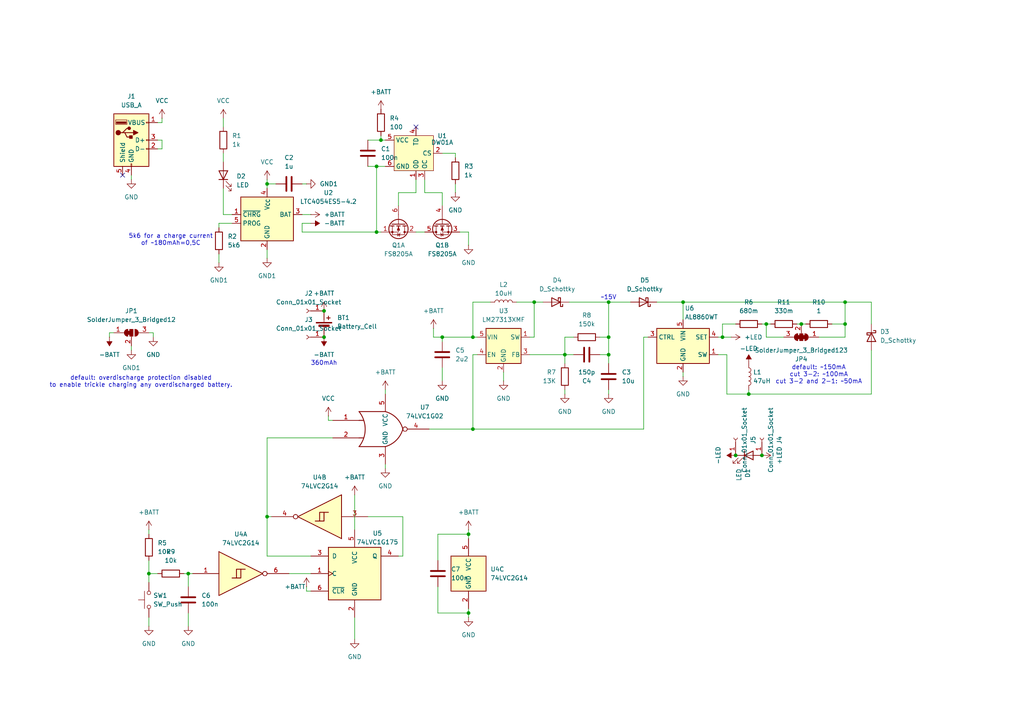
<source format=kicad_sch>
(kicad_sch (version 20231120) (generator "eeschema") (generator_version "8.0")
  (paper "A4")
  (title_block (title "vapelight") (date "2025-05-22") (rev "F") (company "SBYD"))
  (lib_symbols
    (symbol "74xGxx:74LVC1G02"
      (property "Reference" "U" (at -5.08 7.62 0))
      (property "Value" "74LVC1G02" (at 7.62 -7.62 0))
      (symbol "74LVC1G02_0_1"
        (arc (start -7.62 -5.08) (mid -5.838 0) (end -7.62 5.08) (stroke (width 0.254)))
        (arc (start 0 -5.08) (mid 3.1986 -3.2054) (end 5.08 0) (stroke (width 0.254)))
        (polyline (pts (xy -7.62 -2.54) (xy -6.35 -2.54)) (stroke (width 0.254)) (fill (type background)))
        (polyline (pts (xy -7.62 2.54) (xy -6.35 2.54)) (stroke (width 0.254)) (fill (type background)))
        (polyline (pts (xy 0 -5.08) (xy -7.62 -5.08)) (stroke (width 0.254)) (fill (type background)))
        (polyline (pts (xy 0 5.08) (xy -7.62 5.08)) (stroke (width 0.254)) (fill (type background)))
        (arc (start 5.08 0) (mid 3.2238 3.2304) (end 0 5.08) (stroke (width 0.254)))
      )
      (symbol "74LVC1G02_1_1"
        (pin input line (at -15.24 2.54 0) (length 7.62) (name "~") (number "1"))
        (pin input line (at -15.24 -2.54 0) (length 7.62) (name "~") (number "2"))
        (pin power_in line (at 0 -10.16 90) (length 5.08) (name "GND") (number "3"))
        (pin output inverted (at 12.7 0 180) (length 7.62) (name "~") (number "4"))
        (pin power_in line (at 0 10.16 270) (length 5.08) (name "VCC") (number "5"))
      )
    )
    (symbol "74xGxx:74LVC1G175" (pin_names (offset 1.016))
      (property "Reference" "U" (at -5.08 10.16 0))
      (property "Value" "74LVC1G175" (at 10.16 -10.16 0))
      (symbol "74LVC1G175_0_1"
        (rectangle (start -7.62 7.62) (end 7.62 -7.62) (stroke (width 0.254)) (fill (type background)))
      )
      (symbol "74LVC1G175_1_1"
        (pin input clock (at -12.7 0 0) (length 5.08) (name "C") (number "1"))
        (pin power_in line (at 0 -12.7 90) (length 5.08) (name "GND") (number "2"))
        (pin input line (at -12.7 5.08 0) (length 5.08) (name "D") (number "3"))
        (pin output line (at 12.7 5.08 180) (length 5.08) (name "Q") (number "4"))
        (pin power_in line (at 0 12.7 270) (length 5.08) (name "VCC") (number "5"))
        (pin input line (at -12.7 -5.08 0) (length 5.08) (name "~{CLR}") (number "6"))
      )
    )
    (symbol "74xGxx:74LVC2G14"
      (property "Reference" "U" (at 0 7.62 0))
      (property "Value" "74LVC2G14" (at 2.54 -7.62 0))
      (symbol "74LVC2G14_1_1"
        (polyline (pts (xy -2.54 -1.27) (xy -1.27 -1.27) (xy -1.27 1.27)) (stroke (width 0.254)) (fill (type background)))
        (polyline (pts (xy -7.62 6.35) (xy -7.62 -6.35) (xy 5.08 0) (xy -7.62 6.35)) (stroke (width 0.254)) (fill (type background)))
        (polyline (pts (xy -3.81 -1.27) (xy -2.54 -1.27) (xy -2.54 1.27) (xy 0 1.27)) (stroke (width 0.254)) (fill (type background)))
        (pin input line (at -15.24 0 0) (length 7.62) (name "~") (number "1"))
        (pin output inverted (at 12.7 0 180) (length 7.62) (name "~") (number "6"))
      )
      (symbol "74LVC2G14_2_1"
        (polyline (pts (xy -2.54 -1.27) (xy -1.27 -1.27) (xy -1.27 1.27)) (stroke (width 0.254)) (fill (type background)))
        (polyline (pts (xy -7.62 6.35) (xy -7.62 -6.35) (xy 5.08 0) (xy -7.62 6.35)) (stroke (width 0.254)) (fill (type background)))
        (polyline (pts (xy -3.81 -1.27) (xy -2.54 -1.27) (xy -2.54 1.27) (xy 0 1.27)) (stroke (width 0.254)) (fill (type background)))
        (pin input line (at -15.24 0 0) (length 7.62) (name "~") (number "3"))
        (pin output inverted (at 12.7 0 180) (length 7.62) (name "~") (number "4"))
      )
      (symbol "74LVC2G14_3_0"
        (rectangle (start -5.08 -5.08) (end 5.08 5.08) (stroke (width 0.254)) (fill (type background)))
      )
      (symbol "74LVC2G14_3_1"
        (pin power_in line (at 0 -10.16 90) (length 5.08) (name "GND") (number "2"))
        (pin power_in line (at 0 10.16 270) (length 5.08) (name "VCC") (number "5"))
      )
    )
    (symbol "Battery_Management:LTC4054ES5-4.2"
      (property "Reference" "U" (at -5.842 6.604 0))
      (property "Value" "LTC4054ES5-4.2" (at 1.524 6.604 0))
      (symbol "LTC4054ES5-4.2_0_1"
        (rectangle (start -7.62 5.08) (end 7.62 -7.62) (stroke (width 0.254)) (fill (type background)))
      )
      (symbol "LTC4054ES5-4.2_1_1"
        (pin open_collector line (at -10.16 0 0) (length 2.54) (name "~{CHRG}") (number "1"))
        (pin power_in line (at 0 -10.16 90) (length 2.54) (name "GND") (number "2"))
        (pin power_out line (at 10.16 0 180) (length 2.54) (name "BAT") (number "3"))
        (pin power_in line (at 0 7.62 270) (length 2.54) (name "V_{CC}") (number "4"))
        (pin bidirectional line (at -10.16 -2.54 0) (length 2.54) (name "PROG") (number "5"))
      )
    )
    (symbol "Connector:Conn_01x01_Socket" (pin_names (offset 1.016) hide)
      (property "Reference" "J" (at 0 2.54 0))
      (property "Value" "Conn_01x01_Socket" (at 0 -2.54 0))
      (symbol "Conn_01x01_Socket_1_1"
        (polyline (pts (xy -1.27 0) (xy -0.508 0)) (stroke (width 0.1524)))
        (arc (start 0 0.508) (mid -0.5058 0) (end 0 -0.508) (stroke (width 0.1524)))
        (pin passive line (at -5.08 0 0) (length 3.81) (name "Pin_1") (number "1"))
      )
    )
    (symbol "Connector:USB_A" (pin_names (offset 1.016))
      (property "Reference" "J" (at -5.08 11.43 0))
      (property "Value" "USB_A" (at -5.08 8.89 0))
      (symbol "USB_A_0_1"
        (rectangle (start -5.08 -7.62) (end 5.08 7.62) (stroke (width 0.254)) (fill (type background)))
        (circle (center -3.81 2.159) (radius 0.635) (stroke (width 0.254)) (fill (type outline)))
        (rectangle (start -1.524 4.826) (end -4.318 5.334) (fill (type outline)))
        (rectangle (start -1.27 4.572) (end -4.572 5.842))
        (circle (center -0.635 3.429) (radius 0.381) (stroke (width 0.254)) (fill (type outline)))
        (rectangle (start -0.127 -7.62) (end 0.127 -6.858))
        (polyline (pts (xy -3.175 2.159) (xy -2.54 2.159) (xy -1.27 3.429) (xy -0.635 3.429)) (stroke (width 0.254)))
        (polyline (pts (xy -2.54 2.159) (xy -1.905 2.159) (xy -1.27 0.889) (xy 0 0.889)) (stroke (width 0.254)))
        (polyline (pts (xy 0.635 2.794) (xy 0.635 1.524) (xy 1.905 2.159) (xy 0.635 2.794)) (stroke (width 0.254)) (fill (type outline)))
        (rectangle (start 0.254 1.27) (end -0.508 0.508) (stroke (width 0.254)) (fill (type outline)))
        (rectangle (start 5.08 -2.667) (end 4.318 -2.413))
        (rectangle (start 5.08 -0.127) (end 4.318 0.127))
        (rectangle (start 5.08 4.953) (end 4.318 5.207))
      )
      (symbol "USB_A_1_1"
        (polyline (pts (xy -1.905 2.159) (xy 0.635 2.159)) (stroke (width 0.254)))
        (pin power_in line (at 7.62 5.08 180) (length 2.54) (name "VBUS") (number "1"))
        (pin bidirectional line (at 7.62 -2.54 180) (length 2.54) (name "D-") (number "2"))
        (pin bidirectional line (at 7.62 0 180) (length 2.54) (name "D+") (number "3"))
        (pin power_in line (at 0 -10.16 90) (length 2.54) (name "GND") (number "4"))
        (pin passive line (at -2.54 -10.16 90) (length 2.54) (name "Shield") (number "5"))
      )
    )
    (symbol "Device:Battery_Cell" (pin_numbers hide) (pin_names (offset 0) hide)
      (property "Reference" "BT" (at 2.54 2.54 0))
      (property "Value" "Battery_Cell" (at 2.54 0 0))
      (symbol "Battery_Cell_0_1"
        (rectangle (start -2.286 1.778) (end 2.286 1.524) (fill (type outline)))
        (rectangle (start -1.524 1.016) (end 1.524 0.508) (fill (type outline)))
        (polyline (pts (xy 0 0.762) (xy 0 0)))
        (polyline (pts (xy 0 1.778) (xy 0 2.54)))
        (polyline (pts (xy 0.762 3.048) (xy 1.778 3.048)) (stroke (width 0.254)))
        (polyline (pts (xy 1.27 3.556) (xy 1.27 2.54)) (stroke (width 0.254)))
      )
      (symbol "Battery_Cell_1_1"
        (pin passive line (at 0 5.08 270) (length 2.54) (name "+") (number "1"))
        (pin passive line (at 0 -2.54 90) (length 2.54) (name "-") (number "2"))
      )
    )
    (symbol "Device:C" (pin_numbers hide) (pin_names (offset 0.254))
      (property "Reference" "C" (at 0.635 2.54 0))
      (property "Value" "C" (at 0.635 -2.54 0))
      (symbol "C_0_1"
        (polyline (pts (xy -2.032 -0.762) (xy 2.032 -0.762)) (stroke (width 0.508)))
        (polyline (pts (xy -2.032 0.762) (xy 2.032 0.762)) (stroke (width 0.508)))
      )
      (symbol "C_1_1"
        (pin passive line (at 0 3.81 270) (length 2.794) (name "~") (number "1"))
        (pin passive line (at 0 -3.81 90) (length 2.794) (name "~") (number "2"))
      )
    )
    (symbol "Device:D_Schottky" (pin_numbers hide) (pin_names (offset 1.016) hide)
      (property "Reference" "D" (at 0 2.54 0))
      (property "Value" "D_Schottky" (at 0 -2.54 0))
      (symbol "D_Schottky_0_1"
        (polyline (pts (xy 1.27 0) (xy -1.27 0)))
        (polyline (pts (xy 1.27 1.27) (xy 1.27 -1.27) (xy -1.27 0) (xy 1.27 1.27)) (stroke (width 0.254)))
        (polyline (pts (xy -1.905 0.635) (xy -1.905 1.27) (xy -1.27 1.27) (xy -1.27 -1.27) (xy -0.635 -1.27) (xy -0.635 -0.635)) (stroke (width 0.254)))
      )
      (symbol "D_Schottky_1_1"
        (pin passive line (at -3.81 0 0) (length 2.54) (name "K") (number "1"))
        (pin passive line (at 3.81 0 180) (length 2.54) (name "A") (number "2"))
      )
    )
    (symbol "Device:L" (pin_numbers hide) (pin_names (offset 1.016) hide)
      (property "Reference" "L" (at -1.27 0 90))
      (property "Value" "L" (at 1.905 0 90))
      (symbol "L_0_1"
        (arc (start 0 -2.54) (mid 0.6323 -1.905) (end 0 -1.27))
        (arc (start 0 -1.27) (mid 0.6323 -0.635) (end 0 0))
        (arc (start 0 0) (mid 0.6323 0.635) (end 0 1.27))
        (arc (start 0 1.27) (mid 0.6323 1.905) (end 0 2.54))
      )
      (symbol "L_1_1"
        (pin passive line (at 0 3.81 270) (length 1.27) (name "1") (number "1"))
        (pin passive line (at 0 -3.81 90) (length 1.27) (name "2") (number "2"))
      )
    )
    (symbol "Device:LED" (pin_numbers hide) (pin_names (offset 1.016) hide)
      (property "Reference" "D" (at 0 2.54 0))
      (property "Value" "LED" (at 0 -2.54 0))
      (symbol "LED_0_1"
        (polyline (pts (xy -1.27 -1.27) (xy -1.27 1.27)) (stroke (width 0.254)))
        (polyline (pts (xy -1.27 0) (xy 1.27 0)))
        (polyline (pts (xy 1.27 -1.27) (xy 1.27 1.27) (xy -1.27 0) (xy 1.27 -1.27)) (stroke (width 0.254)))
        (polyline (pts (xy -3.048 -0.762) (xy -4.572 -2.286) (xy -3.81 -2.286) (xy -4.572 -2.286) (xy -4.572 -1.524)))
        (polyline (pts (xy -1.778 -0.762) (xy -3.302 -2.286) (xy -2.54 -2.286) (xy -3.302 -2.286) (xy -3.302 -1.524)))
      )
      (symbol "LED_1_1"
        (pin passive line (at -3.81 0 0) (length 2.54) (name "K") (number "1"))
        (pin passive line (at 3.81 0 180) (length 2.54) (name "A") (number "2"))
      )
    )
    (symbol "Device:R" (pin_numbers hide) (pin_names (offset 0))
      (property "Reference" "R" (at 2.032 0 90))
      (property "Value" "R" (at 0 0 90))
      (symbol "R_0_1"
        (rectangle (start -1.016 -2.54) (end 1.016 2.54) (stroke (width 0.254)))
      )
      (symbol "R_1_1"
        (pin passive line (at 0 3.81 270) (length 1.27) (name "~") (number "1"))
        (pin passive line (at 0 -3.81 90) (length 1.27) (name "~") (number "2"))
      )
    )
    (symbol "Driver_LED:AL8860WT"
      (property "Reference" "U" (at -6.35 6.35 0))
      (property "Value" "AL8860WT" (at 7.62 6.35 0))
      (symbol "AL8860WT_0_1"
        (rectangle (start -7.62 5.08) (end 7.62 -5.08) (stroke (width 0.254)) (fill (type background)))
      )
      (symbol "AL8860WT_1_1"
        (pin open_collector line (at 10.16 -2.54 180) (length 2.54) (name "SW") (number "1"))
        (pin power_in line (at 0 -7.62 90) (length 2.54) (name "GND") (number "2"))
        (pin input line (at -10.16 2.54 0) (length 2.54) (name "CTRL") (number "3"))
        (pin input line (at 10.16 2.54 180) (length 2.54) (name "SET") (number "4"))
        (pin power_in line (at 0 7.62 270) (length 2.54) (name "VIN") (number "5"))
      )
    )
    (symbol "Jumper:SolderJumper_3_Bridged12" (pin_names (offset 0) hide) (exclude_from_sim yes) (in_bom no)
      (property "Reference" "JP" (at -2.54 -2.54 0))
      (property "Value" "SolderJumper_3_Bridged12" (at 0 2.794 0))
      (symbol "SolderJumper_3_Bridged12_0_1"
        (rectangle (start -1.016 0.508) (end -0.508 -0.508) (fill (type outline)))
        (arc (start -1.016 1.016) (mid -2.0276 0) (end -1.016 -1.016))
        (arc (start -1.016 1.016) (mid -2.0276 0) (end -1.016 -1.016) (fill (type outline)))
        (rectangle (start -0.508 1.016) (end 0.508 -1.016) (fill (type outline)))
        (polyline (pts (xy -2.54 0) (xy -2.032 0)))
        (polyline (pts (xy -1.016 1.016) (xy -1.016 -1.016)))
        (polyline (pts (xy 0 -1.27) (xy 0 -1.016)))
        (polyline (pts (xy 1.016 1.016) (xy 1.016 -1.016)))
        (polyline (pts (xy 2.54 0) (xy 2.032 0)))
        (arc (start 1.016 -1.016) (mid 2.0276 0) (end 1.016 1.016))
        (arc (start 1.016 -1.016) (mid 2.0276 0) (end 1.016 1.016) (fill (type outline)))
      )
      (symbol "SolderJumper_3_Bridged12_1_1"
        (pin passive line (at -5.08 0 0) (length 2.54) (name "A") (number "1"))
        (pin passive line (at 0 -3.81 90) (length 2.54) (name "C") (number "2"))
        (pin passive line (at 5.08 0 180) (length 2.54) (name "B") (number "3"))
      )
    )
    (symbol "Jumper:SolderJumper_3_Bridged123" (pin_names (offset 0) hide) (exclude_from_sim yes) (in_bom no)
      (property "Reference" "JP" (at -2.54 -2.54 0))
      (property "Value" "SolderJumper_3_Bridged123" (at 0 2.794 0))
      (symbol "SolderJumper_3_Bridged123_0_1"
        (rectangle (start -1.016 0.508) (end -0.508 -0.508) (fill (type outline)))
        (arc (start -1.016 1.016) (mid -2.0276 0) (end -1.016 -1.016))
        (arc (start -1.016 1.016) (mid -2.0276 0) (end -1.016 -1.016) (fill (type outline)))
        (rectangle (start -0.508 1.016) (end 0.508 -1.016) (fill (type outline)))
        (polyline (pts (xy -2.54 0) (xy -2.032 0)))
        (polyline (pts (xy -1.016 1.016) (xy -1.016 -1.016)))
        (polyline (pts (xy 0 -1.27) (xy 0 -1.016)))
        (polyline (pts (xy 1.016 1.016) (xy 1.016 -1.016)))
        (polyline (pts (xy 2.54 0) (xy 2.032 0)))
        (rectangle (start 0.508 0.508) (end 1.016 -0.508) (fill (type outline)))
        (arc (start 1.016 -1.016) (mid 2.0276 0) (end 1.016 1.016))
        (arc (start 1.016 -1.016) (mid 2.0276 0) (end 1.016 1.016) (fill (type outline)))
      )
      (symbol "SolderJumper_3_Bridged123_1_1"
        (pin passive line (at -5.08 0 0) (length 2.54) (name "A") (number "1"))
        (pin passive line (at 0 -3.81 90) (length 2.54) (name "C") (number "2"))
        (pin passive line (at 5.08 0 180) (length 2.54) (name "B") (number "3"))
      )
    )
    (symbol "Regulator_Switching:LM27313XMF" (pin_names (offset 0.254))
      (property "Reference" "U" (at -5.08 6.35 0))
      (property "Value" "LM27313XMF" (at 0 6.35 0))
      (symbol "LM27313XMF_0_1"
        (rectangle (start -5.08 5.08) (end 5.08 -5.08) (stroke (width 0.254)) (fill (type background)))
      )
      (symbol "LM27313XMF_1_1"
        (pin output line (at 7.62 2.54 180) (length 2.54) (name "SW") (number "1"))
        (pin power_in line (at 0 -7.62 90) (length 2.54) (name "GND") (number "2"))
        (pin input line (at 7.62 -2.54 180) (length 2.54) (name "FB") (number "3"))
        (pin input line (at -7.62 -2.54 0) (length 2.54) (name "EN") (number "4"))
        (pin input line (at -7.62 2.54 0) (length 2.54) (name "VIN") (number "5"))
      )
    )
    (symbol "Switch:SW_Push" (pin_numbers hide) (pin_names (offset 1.016) hide)
      (property "Reference" "SW" (at 1.27 2.54 0))
      (property "Value" "SW_Push" (at 0 -1.524 0))
      (symbol "SW_Push_0_1"
        (circle (center -2.032 0) (radius 0.508))
        (polyline (pts (xy 0 1.27) (xy 0 3.048)))
        (polyline (pts (xy 2.54 1.27) (xy -2.54 1.27)))
        (circle (center 2.032 0) (radius 0.508))
        (pin passive line (at -5.08 0 0) (length 2.54) (name "1") (number "1"))
        (pin passive line (at 5.08 0 180) (length 2.54) (name "2") (number "2"))
      )
    )
    (symbol "power:+BATT" (power) (pin_numbers hide) (pin_names (offset 0) hide)
      (property "Value" "+BATT" (at 0 3.556 0))
      (symbol "+BATT_0_1"
        (polyline (pts (xy -0.762 1.27) (xy 0 2.54)))
        (polyline (pts (xy 0 0) (xy 0 2.54)))
        (polyline (pts (xy 0 2.54) (xy 0.762 1.27)))
      )
      (symbol "+BATT_1_1"
        (pin power_in line (at 0 0 90) (length 0) (name "~") (number "1"))
      )
    )
    (symbol "power:-BATT" (power) (pin_numbers hide) (pin_names (offset 0) hide)
      (property "Value" "-BATT" (at 0 3.556 0))
      (symbol "-BATT_0_1"
        (polyline (pts (xy 0 0) (xy 0 2.54)))
        (polyline (pts (xy 0.762 1.27) (xy -0.762 1.27) (xy 0 2.54) (xy 0.762 1.27)) (fill (type outline)))
      )
      (symbol "-BATT_1_1"
        (pin power_in line (at 0 0 90) (length 0) (name "~") (number "1"))
      )
    )
    (symbol "power:GND" (power) (pin_numbers hide) (pin_names (offset 0) hide)
      (property "Value" "GND" (at 0 -3.81 0))
      (symbol "GND_0_1"
        (polyline (pts (xy 0 0) (xy 0 -1.27) (xy 1.27 -1.27) (xy 0 -2.54) (xy -1.27 -1.27) (xy 0 -1.27)))
      )
      (symbol "GND_1_1"
        (pin power_in line (at 0 0 270) (length 0) (name "~") (number "1"))
      )
    )
    (symbol "power:GND1" (power) (pin_numbers hide) (pin_names (offset 0) hide)
      (property "Value" "GND1" (at 0 -3.81 0))
      (symbol "GND1_0_1"
        (polyline (pts (xy 0 0) (xy 0 -1.27) (xy 1.27 -1.27) (xy 0 -2.54) (xy -1.27 -1.27) (xy 0 -1.27)))
      )
      (symbol "GND1_1_1"
        (pin power_in line (at 0 0 270) (length 0) (name "~") (number "1"))
      )
    )
    (symbol "power:VCC" (power) (pin_numbers hide) (pin_names (offset 0) hide)
      (property "Value" "VCC" (at 0 3.556 0))
      (symbol "VCC_0_1"
        (polyline (pts (xy -0.762 1.27) (xy 0 2.54)))
        (polyline (pts (xy 0 0) (xy 0 2.54)))
        (polyline (pts (xy 0 2.54) (xy 0.762 1.27)))
      )
      (symbol "VCC_1_1"
        (pin power_in line (at 0 0 90) (length 0) (name "~") (number "1"))
      )
    )
    (symbol "vape_project:DW01A"
      (property "Value" "DW01A" (at 5.08 6.096 0))
      (symbol "DW01A_1_1"
        (rectangle (start -6.35 5.08) (end 5.08 -5.08) (fill (type background)))
        (pin output line (at 0 -7.62 90) (length 2.54) (name "OD") (number "1"))
        (pin input line (at 7.62 0 180) (length 2.54) (name "CS") (number "2"))
        (pin output line (at 2.54 -7.62 90) (length 2.54) (name "OC") (number "3"))
        (pin passive line (at 0 7.62 270) (length 2.54) (name "TD") (number "4"))
        (pin power_in line (at -8.89 3.81 0) (length 2.54) (name "VCC") (number "5"))
        (pin power_in line (at -8.89 -3.81 0) (length 2.54) (name "GND") (number "6"))
      )
    )
    (symbol "vape_project:FS8205A" (pin_names (offset 0) hide)
      (property "Reference" "Q" (at 5.08 1.27 0))
      (property "Value" "FS8205A" (at 5.08 -1.27 0))
      (symbol "FS8205A_0_1"
        (polyline (pts (xy 0.254 0) (xy -2.54 0)))
        (polyline (pts (xy 0.254 1.905) (xy 0.254 -1.905)) (stroke (width 0.254)))
        (polyline (pts (xy 0.762 -1.27) (xy 0.762 -2.286)) (stroke (width 0.254)))
        (polyline (pts (xy 0.762 0.508) (xy 0.762 -0.508)) (stroke (width 0.254)))
        (polyline (pts (xy 0.762 2.286) (xy 0.762 1.27)) (stroke (width 0.254)))
        (polyline (pts (xy 2.54 2.54) (xy 2.54 1.778)))
        (polyline (pts (xy 2.54 -2.54) (xy 2.54 0) (xy 0.762 0)))
        (polyline (pts (xy 0.762 -1.778) (xy 3.302 -1.778) (xy 3.302 1.778) (xy 0.762 1.778)))
        (polyline (pts (xy 1.016 0) (xy 2.032 0.381) (xy 2.032 -0.381) (xy 1.016 0)) (fill (type outline)))
        (polyline (pts (xy 2.794 0.508) (xy 2.921 0.381) (xy 3.683 0.381) (xy 3.81 0.254)))
        (polyline (pts (xy 3.302 0.381) (xy 2.921 -0.254) (xy 3.683 -0.254) (xy 3.302 0.381)))
        (circle (center 1.651 0) (radius 2.794) (stroke (width 0.254)))
        (circle (center 2.54 -1.778) (radius 0.254) (fill (type outline)))
        (circle (center 2.54 1.778) (radius 0.254) (fill (type outline)))
      )
      (symbol "FS8205A_1_1"
        (pin passive line (at 2.54 -5.08 90) (length 2.54) (name "S1") (number "1"))
        (pin passive line (at 2.54 5.08 270) (length 2.54) (name "D1") (number "2"))
        (pin input line (at -5.08 0 0) (length 2.54) (name "G1") (number "6"))
      )
      (symbol "FS8205A_2_1"
        (pin passive line (at 2.54 -5.08 90) (length 2.54) (name "S2") (number "3"))
        (pin input line (at -5.08 0 0) (length 2.54) (name "G2") (number "4"))
        (pin passive line (at 2.54 5.08 270) (length 2.54) (name "D2") (number "5"))
      )
    )
  )
  (junction (at 163.83 102.87))
  (junction (at 222.25 93.98))
  (junction (at 77.47 53.34))
  (junction (at 217.17 114.3))
  (junction (at 198.12 87.63))
  (junction (at 109.22 48.26))
  (junction (at 176.53 87.63))
  (junction (at 43.18 166.37))
  (junction (at 220.98 132.08))
  (junction (at 176.53 97.79))
  (junction (at 128.27 97.79))
  (junction (at 93.98 90.17))
  (junction (at 109.22 67.31))
  (junction (at 110.49 40.64))
  (junction (at 245.11 93.98))
  (junction (at 232.41 93.98))
  (junction (at 176.53 102.87))
  (junction (at 154.94 87.63))
  (junction (at 77.47 149.86))
  (junction (at 137.16 97.79))
  (junction (at 137.16 124.46))
  (junction (at 93.98 97.79))
  (junction (at 135.89 154.94))
  (junction (at 209.55 97.79))
  (junction (at 135.89 177.8))
  (junction (at 213.36 132.08))
  (junction (at 54.61 166.37))
  (junction (at 245.11 87.63))
  (no_connect (at 35.56 50.8))
  (no_connect (at 120.65 36.83))
  (wire (pts (xy 115.57 55.88) (xy 115.57 59.69)))
  (wire (pts (xy 137.16 87.63) (xy 137.16 97.79)))
  (wire (pts (xy 127 170.18) (xy 127 177.8)))
  (wire (pts (xy 128.27 97.79) (xy 128.27 99.06)))
  (wire (pts (xy 176.53 87.63) (xy 176.53 97.79)))
  (wire (pts (xy 198.12 107.95) (xy 198.12 109.22)))
  (wire (pts (xy 38.1 50.8) (xy 38.1 52.07)))
  (wire (pts (xy 43.18 166.37) (xy 45.72 166.37)))
  (wire (pts (xy 77.47 53.34) (xy 80.01 53.34)))
  (wire (pts (xy 132.08 53.34) (xy 132.08 55.88)))
  (wire (pts (xy 54.61 166.37) (xy 55.88 166.37)))
  (wire (pts (xy 45.72 40.64) (xy 46.99 40.64)))
  (wire (pts (xy 137.16 124.46) (xy 186.69 124.46)))
  (wire (pts (xy 38.1 100.33) (xy 38.1 101.6)))
  (wire (pts (xy 77.47 72.39) (xy 77.47 74.93)))
  (wire (pts (xy 102.87 143.51) (xy 102.87 153.67)))
  (wire (pts (xy 64.77 44.45) (xy 64.77 46.99)))
  (wire (pts (xy 198.12 87.63) (xy 245.11 87.63)))
  (wire (pts (xy 111.76 134.62) (xy 111.76 135.89)))
  (wire (pts (xy 90.17 64.77) (xy 87.63 64.77)))
  (wire (pts (xy 198.12 87.63) (xy 198.12 92.71)))
  (wire (pts (xy 135.89 67.31) (xy 135.89 71.12)))
  (wire (pts (xy 245.11 87.63) (xy 252.73 87.63)))
  (wire (pts (xy 123.19 52.07) (xy 123.19 55.88)))
  (wire (pts (xy 46.99 35.56) (xy 46.99 34.29)))
  (wire (pts (xy 163.83 97.79) (xy 163.83 102.87)))
  (wire (pts (xy 252.73 101.6) (xy 252.73 114.3)))
  (wire (pts (xy 111.76 113.03) (xy 111.76 114.3)))
  (wire (pts (xy 44.45 96.52) (xy 44.45 97.79)))
  (wire (pts (xy 222.25 93.98) (xy 223.52 93.98)))
  (wire (pts (xy 63.5 73.66) (xy 63.5 76.2)))
  (wire (pts (xy 87.63 67.31) (xy 109.22 67.31)))
  (wire (pts (xy 43.18 96.52) (xy 44.45 96.52)))
  (wire (pts (xy 43.18 179.07) (xy 43.18 181.61)))
  (wire (pts (xy 63.5 64.77) (xy 63.5 66.04)))
  (wire (pts (xy 154.94 87.63) (xy 157.48 87.63)))
  (wire (pts (xy 132.08 45.72) (xy 132.08 44.45)))
  (wire (pts (xy 210.82 114.3) (xy 217.17 114.3)))
  (wire (pts (xy 87.63 53.34) (xy 88.9 53.34)))
  (wire (pts (xy 146.05 107.95) (xy 146.05 110.49)))
  (wire (pts (xy 127 177.8) (xy 135.89 177.8)))
  (wire (pts (xy 120.65 55.88) (xy 115.57 55.88)))
  (wire (pts (xy 213.36 93.98) (xy 209.55 93.98)))
  (wire (pts (xy 176.53 102.87) (xy 176.53 105.41)))
  (wire (pts (xy 176.53 113.03) (xy 176.53 114.3)))
  (wire (pts (xy 64.77 54.61) (xy 64.77 62.23)))
  (wire (pts (xy 64.77 34.29) (xy 64.77 36.83)))
  (wire (pts (xy 88.9 171.45) (xy 90.17 171.45)))
  (wire (pts (xy 87.63 64.77) (xy 87.63 67.31)))
  (wire (pts (xy 116.84 149.86) (xy 116.84 161.29)))
  (wire (pts (xy 120.65 52.07) (xy 120.65 55.88)))
  (wire (pts (xy 77.47 127) (xy 96.52 127)))
  (wire (pts (xy 95.25 120.65) (xy 95.25 121.92)))
  (wire (pts (xy 135.89 154.94) (xy 135.89 156.21)))
  (wire (pts (xy 231.14 93.98) (xy 232.41 93.98)))
  (wire (pts (xy 54.61 177.8) (xy 54.61 181.61)))
  (wire (pts (xy 138.43 102.87) (xy 137.16 102.87)))
  (wire (pts (xy 133.35 67.31) (xy 135.89 67.31)))
  (wire (pts (xy 222.25 97.79) (xy 222.25 93.98)))
  (wire (pts (xy 43.18 153.67) (xy 43.18 154.94)))
  (wire (pts (xy 186.69 97.79) (xy 186.69 124.46)))
  (wire (pts (xy 78.74 149.86) (xy 77.47 149.86)))
  (wire (pts (xy 241.3 93.98) (xy 245.11 93.98)))
  (wire (pts (xy 64.77 62.23) (xy 67.31 62.23)))
  (wire (pts (xy 77.47 53.34) (xy 77.47 54.61)))
  (wire (pts (xy 154.94 87.63) (xy 154.94 97.79)))
  (wire (pts (xy 109.22 48.26) (xy 109.22 67.31)))
  (wire (pts (xy 163.83 102.87) (xy 166.37 102.87)))
  (wire (pts (xy 31.75 97.79) (xy 31.75 96.52)))
  (wire (pts (xy 45.72 43.18) (xy 46.99 43.18)))
  (wire (pts (xy 83.82 166.37) (xy 90.17 166.37)))
  (wire (pts (xy 176.53 87.63) (xy 182.88 87.63)))
  (wire (pts (xy 53.34 166.37) (xy 54.61 166.37)))
  (wire (pts (xy 45.72 35.56) (xy 46.99 35.56)))
  (wire (pts (xy 137.16 102.87) (xy 137.16 124.46)))
  (wire (pts (xy 54.61 166.37) (xy 54.61 170.18)))
  (wire (pts (xy 209.55 97.79) (xy 212.09 97.79)))
  (wire (pts (xy 245.11 87.63) (xy 245.11 93.98)))
  (wire (pts (xy 77.47 52.07) (xy 77.47 53.34)))
  (wire (pts (xy 123.19 55.88) (xy 128.27 55.88)))
  (wire (pts (xy 245.11 97.79) (xy 245.11 93.98)))
  (wire (pts (xy 220.98 93.98) (xy 222.25 93.98)))
  (wire (pts (xy 153.67 102.87) (xy 163.83 102.87)))
  (wire (pts (xy 210.82 102.87) (xy 210.82 114.3)))
  (wire (pts (xy 142.24 87.63) (xy 137.16 87.63)))
  (wire (pts (xy 135.89 176.53) (xy 135.89 177.8)))
  (wire (pts (xy 190.5 87.63) (xy 198.12 87.63)))
  (wire (pts (xy 217.17 114.3) (xy 217.17 113.03)))
  (wire (pts (xy 252.73 93.98) (xy 252.73 87.63)))
  (wire (pts (xy 127 154.94) (xy 135.89 154.94)))
  (wire (pts (xy 173.99 97.79) (xy 176.53 97.79)))
  (wire (pts (xy 137.16 97.79) (xy 138.43 97.79)))
  (wire (pts (xy 125.73 95.25) (xy 125.73 97.79)))
  (wire (pts (xy 106.68 149.86) (xy 116.84 149.86)))
  (wire (pts (xy 102.87 179.07) (xy 102.87 185.42)))
  (wire (pts (xy 87.63 62.23) (xy 90.17 62.23)))
  (wire (pts (xy 176.53 97.79) (xy 176.53 102.87)))
  (wire (pts (xy 208.28 102.87) (xy 210.82 102.87)))
  (wire (pts (xy 106.68 48.26) (xy 109.22 48.26)))
  (wire (pts (xy 187.96 97.79) (xy 186.69 97.79)))
  (wire (pts (xy 163.83 97.79) (xy 166.37 97.79)))
  (wire (pts (xy 173.99 102.87) (xy 176.53 102.87)))
  (wire (pts (xy 109.22 48.26) (xy 111.76 48.26)))
  (wire (pts (xy 165.1 87.63) (xy 176.53 87.63)))
  (wire (pts (xy 209.55 93.98) (xy 209.55 97.79)))
  (wire (pts (xy 154.94 97.79) (xy 153.67 97.79)))
  (wire (pts (xy 110.49 40.64) (xy 110.49 39.37)))
  (wire (pts (xy 222.25 97.79) (xy 227.33 97.79)))
  (wire (pts (xy 77.47 161.29) (xy 90.17 161.29)))
  (wire (pts (xy 124.46 124.46) (xy 137.16 124.46)))
  (wire (pts (xy 163.83 113.03) (xy 163.83 114.3)))
  (wire (pts (xy 43.18 162.56) (xy 43.18 166.37)))
  (wire (pts (xy 149.86 87.63) (xy 154.94 87.63)))
  (wire (pts (xy 88.9 170.18) (xy 88.9 171.45)))
  (wire (pts (xy 127 162.56) (xy 127 154.94)))
  (wire (pts (xy 128.27 97.79) (xy 137.16 97.79)))
  (wire (pts (xy 135.89 177.8) (xy 135.89 179.07)))
  (wire (pts (xy 120.65 67.31) (xy 123.19 67.31)))
  (wire (pts (xy 208.28 97.79) (xy 209.55 97.79)))
  (wire (pts (xy 135.89 153.67) (xy 135.89 154.94)))
  (wire (pts (xy 232.41 93.98) (xy 233.68 93.98)))
  (wire (pts (xy 77.47 127) (xy 77.47 149.86)))
  (wire (pts (xy 237.49 97.79) (xy 245.11 97.79)))
  (wire (pts (xy 111.76 40.64) (xy 110.49 40.64)))
  (wire (pts (xy 106.68 40.64) (xy 110.49 40.64)))
  (wire (pts (xy 96.52 121.92) (xy 95.25 121.92)))
  (wire (pts (xy 63.5 64.77) (xy 67.31 64.77)))
  (wire (pts (xy 43.18 166.37) (xy 43.18 168.91)))
  (wire (pts (xy 31.75 96.52) (xy 33.02 96.52)))
  (wire (pts (xy 217.17 114.3) (xy 252.73 114.3)))
  (wire (pts (xy 163.83 102.87) (xy 163.83 105.41)))
  (wire (pts (xy 77.47 149.86) (xy 77.47 161.29)))
  (wire (pts (xy 125.73 97.79) (xy 128.27 97.79)))
  (wire (pts (xy 109.22 67.31) (xy 110.49 67.31)))
  (wire (pts (xy 115.57 161.29) (xy 116.84 161.29)))
  (wire (pts (xy 46.99 40.64) (xy 46.99 43.18)))
  (wire (pts (xy 132.08 44.45) (xy 128.27 44.45)))
  (wire (pts (xy 128.27 55.88) (xy 128.27 59.69)))
  (wire (pts (xy 128.27 106.68) (xy 128.27 110.49)))
  (text "~15V" (at 176.53 86.36 0) (effects (font (size 1.27 1.27))))
  (text "default: ~150mA\ncut 3-2: ~100mA\ncut 3-2 and 2-1: ~50mA" (at 237.49 108.712 0) (effects (font (size 1.27 1.27))))
  (text "default: overdischarge protection disabled\nto enable trickle charging any overdischarged battery." (at 40.894 110.744 0) (effects (font (size 1.27 1.27))))
  (text "360mAh" (at 93.98 105.41 0) (effects (font (size 1.27 1.27))))
  (text "5k6 for a charge current\nof ~180mAh=0,5C" (at 49.53 69.596 0) (effects (font (size 1.27 1.27))))
  (symbol (lib_id "Connector:Conn_01x01_Socket") (at 88.9 97.79 180) (unit 1) (exclude_from_sim yes) (in_bom no)
    (property "Reference" "J3" (at 89.535 92.71 0))
    (property "Value" "Conn_01x01_Socket" (at 89.535 95.25 0))
    (property "Footprint" "Connector_Pin:Pin_D1.0mm_L10.0mm" (effects (hide yes)))
    (property "Description" "Generic connector, single row, 01x01, script generated" (effects (hide yes)))
  )
  (symbol (lib_id "power:+BATT") (at 135.89 153.67 0) (unit 1)
    (property "Reference" "#PWR032" (effects (hide yes)))
    (property "Value" "+BATT" (at 135.89 148.59 0))
    (property "Description" "Power symbol creates a global label with name \"+BATT\"" (effects (hide yes)))
  )
  (symbol (lib_id "Device:R") (at 170.18 97.79 90) (unit 1)
    (property "Reference" "R8" (at 170.18 91.44 90))
    (property "Value" "150k" (at 170.18 93.98 90))
    (property "Footprint" "Resistor_SMD:R_0603_1608Metric" (effects (hide yes)))
    (property "Description" "Resistor" (effects (hide yes)))
    (property "LCSC" "C22807" (effects (hide yes)))
  )
  (symbol (lib_id "Device:L") (at 217.17 109.22 0) (unit 1)
    (property "Reference" "L1" (at 218.44 107.9499 0) (effects (justify left)))
    (property "Value" "47uH" (at 218.44 110.4899 0) (effects (justify left)))
    (property "Footprint" "vape_project:L_3x3" (effects (hide yes)))
    (property "Description" "Inductor" (effects (hide yes)))
    (property "LCSC" "C370426" (effects (hide yes)))
  )
  (symbol (lib_id "power:+BATT") (at 110.49 31.75 0) (unit 1)
    (property "Reference" "#PWR010" (effects (hide yes)))
    (property "Value" "+BATT" (at 110.49 26.67 0))
    (property "Description" "Power symbol creates a global label with name \"+BATT\"" (effects (hide yes)))
  )
  (symbol (lib_id "Connector:Conn_01x01_Socket") (at 88.9 90.17 180) (unit 1) (exclude_from_sim yes) (in_bom no)
    (property "Reference" "J2" (at 89.535 85.09 0))
    (property "Value" "Conn_01x01_Socket" (at 89.535 87.63 0))
    (property "Footprint" "Connector_Pin:Pin_D1.0mm_L10.0mm" (effects (hide yes)))
    (property "Description" "Generic connector, single row, 01x01, script generated" (effects (hide yes)))
  )
  (symbol (lib_id "power:GND") (at 102.87 185.42 0) (unit 1)
    (property "Reference" "#PWR015" (effects (hide yes)))
    (property "Value" "GND" (at 102.87 190.5 0))
    (property "Description" "Power symbol creates a global label with name \"GND\" , ground" (effects (hide yes)))
  )
  (symbol (lib_id "power:GND1") (at 63.5 76.2 0) (unit 1)
    (property "Reference" "#PWR036" (effects (hide yes)))
    (property "Value" "GND1" (at 63.5 81.28 0))
    (property "Description" "Power symbol creates a global label with name \"GND1\" , ground" (effects (hide yes)))
  )
  (symbol (lib_id "power:GND") (at 163.83 114.3 0) (unit 1)
    (property "Reference" "#PWR021" (effects (hide yes)))
    (property "Value" "GND" (at 163.83 119.38 0))
    (property "Description" "Power symbol creates a global label with name \"GND\" , ground" (effects (hide yes)))
  )
  (symbol (lib_id "power:GND") (at 38.1 52.07 0) (unit 1)
    (property "Reference" "#PWR02" (effects (hide yes)))
    (property "Value" "GND" (at 38.1 57.15 0))
    (property "Description" "Power symbol creates a global label with name \"GND\" , ground" (effects (hide yes)))
  )
  (symbol (lib_id "74xGxx:74LVC1G175") (at 102.87 166.37 0) (unit 1)
    (property "Reference" "U5" (at 109.474 154.686 0))
    (property "Value" "74LVC1G175" (at 109.474 157.226 0))
    (property "Footprint" "Package_TO_SOT_SMD:SOT-23-6" (effects (hide yes)))
    (property "Datasheet" "http://www.ti.com/lit/sg/scyt129e/scyt129e.pdf" (effects (hide yes)))
    (property "Description" "Single D Flip-Flop, Asynchronous Clear, Low-Voltage CMOS" (effects (hide yes)))
    (property "LCSC" "C128412" (effects (hide yes)))
  )
  (symbol (lib_id "Device:D_Schottky") (at 252.73 97.79 270) (unit 1)
    (property "Reference" "D3" (at 255.27 96.2024 90) (effects (justify left)))
    (property "Value" "D_Schottky" (at 255.27 98.7424 90) (effects (justify left)))
    (property "Footprint" "Diode_SMD:D_SOD-323" (effects (hide yes)))
    (property "Description" "Schottky diode" (effects (hide yes)))
    (property "LCSC" "C191023" (effects (hide yes)))
  )
  (symbol (lib_id "power:+BATT") (at 43.18 153.67 0) (unit 1)
    (property "Reference" "#PWR030" (effects (hide yes)))
    (property "Value" "+BATT" (at 43.18 148.59 0))
    (property "Description" "Power symbol creates a global label with name \"+BATT\"" (effects (hide yes)))
  )
  (symbol (lib_id "power:GND1") (at 38.1 101.6 0) (unit 1)
    (property "Reference" "#PWR037" (effects (hide yes)))
    (property "Value" "GND1" (at 38.1 106.68 0))
    (property "Description" "Power symbol creates a global label with name \"GND1\" , ground" (effects (hide yes)))
  )
  (symbol (lib_id "power:-BATT") (at 213.36 132.08 90) (unit 1)
    (property "Reference" "#PWR026" (effects (hide yes)))
    (property "Value" "-LED" (at 208.28 132.08 0))
  )
  (symbol (lib_id "power:-BATT") (at 217.17 105.41 0) (unit 1)
    (property "Reference" "#PWR024" (effects (hide yes)))
    (property "Value" "-LED" (at 217.17 101.092 0))
  )
  (symbol (lib_id "power:+BATT") (at 93.98 90.17 0) (unit 1)
    (property "Reference" "#PWR018" (effects (hide yes)))
    (property "Value" "+BATT" (at 93.98 85.09 0))
    (property "Description" "Power symbol creates a global label with name \"+BATT\"" (effects (hide yes)))
  )
  (symbol (lib_id "power:GND") (at 176.53 114.3 0) (unit 1)
    (property "Reference" "#PWR022" (effects (hide yes)))
    (property "Value" "GND" (at 176.53 119.38 0))
    (property "Description" "Power symbol creates a global label with name \"GND\" , ground" (effects (hide yes)))
  )
  (symbol (lib_id "power:+BATT") (at 220.98 132.08 270) (unit 1)
    (property "Reference" "#PWR025" (effects (hide yes)))
    (property "Value" "+LED" (at 226.06 132.08 0))
  )
  (symbol (lib_id "power:GND") (at 135.89 71.12 0) (unit 1)
    (property "Reference" "#PWR07" (effects (hide yes)))
    (property "Value" "GND" (at 135.89 76.2 0))
    (property "Description" "Power symbol creates a global label with name \"GND\" , ground" (effects (hide yes)))
  )
  (symbol (lib_id "Device:D_Schottky") (at 161.29 87.63 180) (unit 1)
    (property "Reference" "D4" (at 161.6075 81.28 0))
    (property "Value" "D_Schottky" (at 161.6075 83.82 0))
    (property "Footprint" "Diode_SMD:D_SOD-323" (effects (hide yes)))
    (property "Description" "Schottky diode" (effects (hide yes)))
    (property "LCSC" "C191023" (effects (hide yes)))
  )
  (symbol (lib_id "power:VCC") (at 64.77 34.29 0) (unit 1)
    (property "Reference" "#PWR03" (effects (hide yes)))
    (property "Value" "VCC" (at 64.77 29.21 0))
    (property "Description" "Power symbol creates a global label with name \"VCC\"" (effects (hide yes)))
  )
  (symbol (lib_id "power:-BATT") (at 31.75 97.79 180) (unit 1)
    (property "Reference" "#PWR05" (effects (hide yes)))
    (property "Value" "-BATT" (at 31.75 102.87 0))
    (property "Description" "Power symbol creates a global label with name \"-BATT\"" (effects (hide yes)))
  )
  (symbol (lib_id "Jumper:SolderJumper_3_Bridged12") (at 38.1 96.52 0) (unit 1) (exclude_from_sim yes) (in_bom no)
    (property "Reference" "JP1" (at 38.1 90.17 0))
    (property "Value" "SolderJumper_3_Bridged12" (at 38.1 92.71 0))
    (property "Footprint" "Jumper:SolderJumper-3_P1.3mm_Bridged12_RoundedPad1.0x1.5mm" (effects (hide yes)))
    (property "Description" "3-pole Solder Jumper, pins 1+2 closed/bridged" (effects (hide yes)))
  )
  (symbol (lib_id "power:-BATT") (at 90.17 64.77 270) (unit 1)
    (property "Reference" "#PWR09" (effects (hide yes)))
    (property "Value" "-BATT" (at 93.98 64.7699 90) (effects (justify left)))
    (property "Description" "Power symbol creates a global label with name \"-BATT\"" (effects (hide yes)))
  )
  (symbol (lib_id "power:GND") (at 43.18 181.61 0) (unit 1)
    (property "Reference" "#PWR013" (effects (hide yes)))
    (property "Value" "GND" (at 43.18 186.69 0))
    (property "Description" "Power symbol creates a global label with name \"GND\" , ground" (effects (hide yes)))
  )
  (symbol (lib_id "Driver_LED:AL8860WT") (at 198.12 100.33 0) (unit 1)
    (property "Reference" "U6" (at 198.628 89.408 0) (effects (justify left)))
    (property "Value" "AL8860WT" (at 198.628 91.948 0) (effects (justify left)))
    (property "Footprint" "Package_TO_SOT_SMD:TSOT-23-5" (effects (hide yes)))
    (property "Datasheet" "https://www.diodes.com/assets/Datasheets/AL8860.pdf" (effects (hide yes)))
    (property "Description" "40V 1.5A Constant Current Buck LED Driver IC, TSOT-23-5" (effects (hide yes)))
    (property "LCSC" "C125330" (effects (hide yes)))
  )
  (symbol (lib_id "power:+BATT") (at 90.17 62.23 270) (unit 1)
    (property "Reference" "#PWR08" (effects (hide yes)))
    (property "Value" "+BATT" (at 93.98 62.2299 90) (effects (justify left)))
    (property "Description" "Power symbol creates a global label with name \"+BATT\"" (effects (hide yes)))
  )
  (symbol (lib_id "power:VCC") (at 46.99 34.29 0) (unit 1)
    (property "Reference" "#PWR01" (effects (hide yes)))
    (property "Value" "VCC" (at 46.99 29.21 0))
    (property "Description" "Power symbol creates a global label with name \"VCC\"" (effects (hide yes)))
  )
  (symbol (lib_id "power:GND1") (at 88.9 53.34 90) (unit 1)
    (property "Reference" "#PWR033" (effects (hide yes)))
    (property "Value" "GND1" (at 92.71 53.3399 90) (effects (justify right)))
    (property "Description" "Power symbol creates a global label with name \"GND1\" , ground" (effects (hide yes)))
  )
  (symbol (lib_id "74xGxx:74LVC2G14") (at 91.44 149.86 180) (unit 2)
    (property "Reference" "U4" (at 92.71 138.43 0))
    (property "Value" "74LVC2G14" (at 92.71 140.97 0))
    (property "Footprint" "Package_TO_SOT_SMD:SOT-23-6" (effects (hide yes)))
    (property "Datasheet" "https://www.ti.com/lit/ds/symlink/sn74lvc2g14.pdf" (effects (hide yes)))
    (property "Description" "Dual NOT Gate, Schmitt Triggered, Low-Voltage CMOS" (effects (hide yes)))
    (property "LCSC" "C5375976" (effects (hide yes)))
  )
  (symbol (lib_id "power:GND") (at 198.12 109.22 0) (unit 1)
    (property "Reference" "#PWR028" (effects (hide yes)))
    (property "Value" "GND" (at 198.12 114.3 0))
    (property "Description" "Power symbol creates a global label with name \"GND\" , ground" (effects (hide yes)))
  )
  (symbol (lib_id "Device:C") (at 106.68 44.45 0) (unit 1)
    (property "Reference" "C1" (at 110.49 43.1799 0) (effects (justify left)))
    (property "Value" "100n" (at 110.49 45.7199 0) (effects (justify left)))
    (property "Footprint" "Capacitor_SMD:C_0603_1608Metric" (effects (hide yes)))
    (property "Description" "Unpolarized capacitor" (effects (hide yes)))
    (property "LCSC" "C14663" (effects (hide yes)))
  )
  (symbol (lib_id "vape_project:FS8205A") (at 128.27 64.77 90) (mirror x) (unit 2)
    (property "Reference" "Q1" (at 128.27 71.12 90))
    (property "Value" "FS8205A" (at 128.27 73.66 90))
    (property "Footprint" "Package_TO_SOT_SMD:SOT-23-6" (effects (hide yes)))
    (property "Description" "FS8205A" (effects (hide yes)))
    (property "LCSC" "C2830320" (effects (hide yes)))
  )
  (symbol (lib_id "Device:R") (at 227.33 93.98 270) (unit 1)
    (property "Reference" "R11" (at 227.33 87.63 90))
    (property "Value" "330m" (at 227.33 90.17 90))
    (property "Footprint" "Resistor_SMD:R_0603_1608Metric" (effects (hide yes)))
    (property "Description" "Resistor" (effects (hide yes)))
    (property "LCSC" "C2934252" (effects (hide yes)))
  )
  (symbol (lib_id "Device:L") (at 146.05 87.63 90) (unit 1)
    (property "Reference" "L2" (at 146.05 82.55 90))
    (property "Value" "10uH" (at 146.05 85.09 90))
    (property "Footprint" "vape_project:L_3x3" (effects (hide yes)))
    (property "Description" "Inductor" (effects (hide yes)))
    (property "LCSC" "C45403" (effects (hide yes)))
  )
  (symbol (lib_id "vape_project:DW01A") (at 120.65 44.45 0) (unit 1)
    (property "Reference" "U1" (at 128.27 39.4014 0))
    (property "Value" "DW01A" (at 128.27 41.3065 0))
    (property "Footprint" "Package_TO_SOT_SMD:SOT-23-6" (effects (hide yes)))
    (property "Description" "DW01A" (effects (hide yes)))
    (property "LCSC" "C2927799" (effects (hide yes)))
  )
  (symbol (lib_id "Regulator_Switching:LM27313XMF") (at 146.05 100.33 0) (unit 1)
    (property "Reference" "U3" (at 146.05 90.17 0))
    (property "Value" "LM27313XMF" (at 146.05 92.71 0))
    (property "Footprint" "Package_TO_SOT_SMD:SOT-23-5" (effects (hide yes)))
    (property "Datasheet" "http://www.ti.com/lit/ds/symlink/lm27313.pdf" (effects (hide yes)))
    (property "Description" "1A, 28Vout Boost Voltage Regulator, 1.6MHz Frequency, SOT-23-5" (effects (hide yes)))
    (property "LCSC" "C341750" (effects (hide yes)))
  )
  (symbol (lib_id "74xGxx:74LVC2G14") (at 135.89 166.37 0) (unit 3)
    (property "Reference" "U4" (at 142.24 165.0999 0) (effects (justify left)))
    (property "Value" "74LVC2G14" (at 142.24 167.6399 0) (effects (justify left)))
    (property "Footprint" "Package_TO_SOT_SMD:SOT-23-6" (effects (hide yes)))
    (property "Datasheet" "https://www.ti.com/lit/ds/symlink/sn74lvc2g14.pdf" (effects (hide yes)))
    (property "Description" "Dual NOT Gate, Schmitt Triggered, Low-Voltage CMOS" (effects (hide yes)))
    (property "LCSC" "C5375976" (effects (hide yes)))
  )
  (symbol (lib_id "Device:R") (at 64.77 40.64 0) (unit 1)
    (property "Reference" "R1" (at 67.31 39.3699 0) (effects (justify left)))
    (property "Value" "1k" (at 67.31 41.9099 0) (effects (justify left)))
    (property "Footprint" "Resistor_SMD:R_0603_1608Metric" (effects (hide yes)))
    (property "Description" "Resistor" (effects (hide yes)))
    (property "LCSC" "C21190" (effects (hide yes)))
  )
  (symbol (lib_id "power:GND1") (at 77.47 74.93 0) (unit 1)
    (property "Reference" "#PWR04" (effects (hide yes)))
    (property "Value" "GND1" (at 77.47 80.01 0))
    (property "Description" "Power symbol creates a global label with name \"GND1\" , ground" (effects (hide yes)))
  )
  (symbol (lib_id "Switch:SW_Push") (at 43.18 173.99 90) (unit 1)
    (property "Reference" "SW1" (at 44.45 172.7199 90) (effects (justify right)))
    (property "Value" "SW_Push" (at 44.45 175.2599 90) (effects (justify right)))
    (property "Footprint" "Button_Switch_SMD:SW_Push_1P1T_XKB_TS-1187A" (effects (hide yes)))
    (property "Description" "Push button switch, generic, two pins" (effects (hide yes)))
    (property "LCSC" "C318886" (effects (hide yes)))
  )
  (symbol (lib_id "power:VCC") (at 95.25 120.65 0) (unit 1)
    (property "Reference" "#PWR035" (effects (hide yes)))
    (property "Value" "VCC" (at 95.25 115.57 0))
    (property "Description" "Power symbol creates a global label with name \"VCC\"" (effects (hide yes)))
  )
  (symbol (lib_id "power:+BATT") (at 88.9 170.18 0) (unit 1)
    (property "Reference" "#PWR029" (effects (hide yes)))
    (property "Value" "+BATT" (at 82.55 170.18 0) (effects (justify left)))
    (property "Description" "Power symbol creates a global label with name \"+BATT\"" (effects (hide yes)))
  )
  (symbol (lib_id "Device:R") (at 132.08 49.53 0) (unit 1)
    (property "Reference" "R3" (at 134.62 48.2599 0) (effects (justify left)))
    (property "Value" "1k" (at 134.62 50.7999 0) (effects (justify left)))
    (property "Footprint" "Resistor_SMD:R_0603_1608Metric" (effects (hide yes)))
    (property "Description" "Resistor" (effects (hide yes)))
    (property "LCSC" "C21190" (effects (hide yes)))
  )
  (symbol (lib_id "Device:R") (at 63.5 69.85 180) (unit 1)
    (property "Reference" "R2" (at 66.04 68.5799 0) (effects (justify right)))
    (property "Value" "5k6" (at 66.04 71.1199 0) (effects (justify right)))
    (property "Footprint" "Resistor_SMD:R_0603_1608Metric" (effects (hide yes)))
    (property "Description" "Resistor" (effects (hide yes)))
    (property "LCSC" "C23189" (effects (hide yes)))
  )
  (symbol (lib_id "power:VCC") (at 77.47 52.07 0) (unit 1)
    (property "Reference" "#PWR06" (effects (hide yes)))
    (property "Value" "VCC" (at 77.47 46.99 0))
    (property "Description" "Power symbol creates a global label with name \"VCC\"" (effects (hide yes)))
  )
  (symbol (lib_id "power:GND") (at 54.61 181.61 0) (unit 1)
    (property "Reference" "#PWR012" (effects (hide yes)))
    (property "Value" "GND" (at 54.61 186.69 0))
    (property "Description" "Power symbol creates a global label with name \"GND\" , ground" (effects (hide yes)))
  )
  (symbol (lib_id "power:GND") (at 128.27 110.49 0) (unit 1)
    (property "Reference" "#PWR020" (effects (hide yes)))
    (property "Value" "GND" (at 128.27 115.57 0))
    (property "Description" "Power symbol creates a global label with name \"GND\" , ground" (effects (hide yes)))
  )
  (symbol (lib_id "power:+BATT") (at 111.76 113.03 0) (unit 1)
    (property "Reference" "#PWR034" (effects (hide yes)))
    (property "Value" "+BATT" (at 111.76 107.95 0))
    (property "Description" "Power symbol creates a global label with name \"+BATT\"" (effects (hide yes)))
  )
  (symbol (lib_id "Device:R") (at 163.83 109.22 0) (mirror y) (unit 1)
    (property "Reference" "R7" (at 161.29 107.9499 0) (effects (justify left)))
    (property "Value" "13K" (at 161.29 110.4899 0) (effects (justify left)))
    (property "Footprint" "Resistor_SMD:R_0603_1608Metric" (effects (hide yes)))
    (property "Description" "Resistor" (effects (hide yes)))
    (property "LCSC" "C22797" (effects (hide yes)))
  )
  (symbol (lib_id "power:+BATT") (at 125.73 95.25 0) (unit 1)
    (property "Reference" "#PWR016" (effects (hide yes)))
    (property "Value" "+BATT" (at 125.73 90.17 0))
    (property "Description" "Power symbol creates a global label with name \"+BATT\"" (effects (hide yes)))
  )
  (symbol (lib_id "Device:R") (at 217.17 93.98 270) (unit 1)
    (property "Reference" "R6" (at 217.17 87.63 90))
    (property "Value" "680m" (at 217.17 90.17 90))
    (property "Footprint" "Resistor_SMD:R_0603_1608Metric" (effects (hide yes)))
    (property "Description" "Resistor" (effects (hide yes)))
    (property "LCSC" "C5126049" (effects (hide yes)))
  )
  (symbol (lib_id "Device:C") (at 128.27 102.87 0) (unit 1)
    (property "Reference" "C5" (at 132.08 101.5999 0) (effects (justify left)))
    (property "Value" "2u2" (at 132.08 104.1399 0) (effects (justify left)))
    (property "Footprint" "Capacitor_SMD:C_0603_1608Metric" (effects (hide yes)))
    (property "Description" "Unpolarized capacitor" (effects (hide yes)))
    (property "LCSC" "C23630" (effects (hide yes)))
  )
  (symbol (lib_id "Device:C") (at 170.18 102.87 270) (mirror x) (unit 1)
    (property "Reference" "C4" (at 170.18 110.49 90))
    (property "Value" "150p" (at 170.18 107.95 90))
    (property "Footprint" "Capacitor_SMD:C_0603_1608Metric" (effects (hide yes)))
    (property "Description" "Unpolarized capacitor" (effects (hide yes)))
    (property "LCSC" "C1594" (effects (hide yes)))
  )
  (symbol (lib_id "Connector:USB_A") (at 38.1 40.64 0) (unit 1) (exclude_from_sim yes) (in_bom no)
    (property "Reference" "J1" (at 38.1 27.94 0))
    (property "Value" "USB_A" (at 38.1 30.48 0))
    (property "Footprint" "vape_project:PCB_USB" (effects (hide yes)))
    (property "Datasheet" " ~" (effects (hide yes)))
    (property "Description" "USB Type A connector" (effects (hide yes)))
  )
  (symbol (lib_id "Device:R") (at 49.53 166.37 270) (unit 1)
    (property "Reference" "R9" (at 49.53 160.02 90))
    (property "Value" "10k" (at 49.53 162.56 90))
    (property "Footprint" "Resistor_SMD:R_0603_1608Metric" (effects (hide yes)))
    (property "Description" "Resistor" (effects (hide yes)))
    (property "LCSC" "C25804" (effects (hide yes)))
  )
  (symbol (lib_id "power:GND") (at 135.89 179.07 0) (unit 1)
    (property "Reference" "#PWR031" (effects (hide yes)))
    (property "Value" "GND" (at 135.89 184.15 0))
    (property "Description" "Power symbol creates a global label with name \"GND\" , ground" (effects (hide yes)))
  )
  (symbol (lib_id "power:GND") (at 146.05 110.49 0) (unit 1)
    (property "Reference" "#PWR017" (effects (hide yes)))
    (property "Value" "GND" (at 146.05 115.57 0))
    (property "Description" "Power symbol creates a global label with name \"GND\" , ground" (effects (hide yes)))
  )
  (symbol (lib_id "vape_project:FS8205A") (at 115.57 64.77 270) (unit 1)
    (property "Reference" "Q1" (at 115.57 71.12 90))
    (property "Value" "FS8205A" (at 115.57 73.66 90))
    (property "Footprint" "Package_TO_SOT_SMD:SOT-23-6" (effects (hide yes)))
    (property "Description" "FS8205A" (effects (hide yes)))
    (property "LCSC" "C2830320" (effects (hide yes)))
  )
  (symbol (lib_id "power:GND") (at 132.08 55.88 0) (unit 1)
    (property "Reference" "#PWR011" (effects (hide yes)))
    (property "Value" "GND" (at 132.08 60.96 0))
    (property "Description" "Power symbol creates a global label with name \"GND\" , ground" (effects (hide yes)))
  )
  (symbol (lib_id "Device:C") (at 176.53 109.22 0) (unit 1)
    (property "Reference" "C3" (at 180.34 107.9499 0) (effects (justify left)))
    (property "Value" "10u" (at 180.34 110.4899 0) (effects (justify left)))
    (property "Footprint" "Capacitor_SMD:C_0603_1608Metric" (effects (hide yes)))
    (property "Description" "Unpolarized capacitor" (effects (hide yes)))
    (property "LCSC" "C96446" (effects (hide yes)))
  )
  (symbol (lib_id "Battery_Management:LTC4054ES5-4.2") (at 77.47 62.23 0) (unit 1)
    (property "Reference" "U2" (at 95.25 55.9114 0))
    (property "Value" "LTC4054ES5-4.2" (at 95.25 58.4514 0))
    (property "Footprint" "Package_TO_SOT_SMD:SOT-23-5" (effects (hide yes)))
    (property "Datasheet" "https://www.analog.com/media/en/technical-documentation/data-sheets/405442xf.pdf" (effects (hide yes)))
    (property "Description" "Constant-current/constant-voltage linear charger for single cell lithium-ion batteries with 2.9V Trickle Charge, 4.5V to 6.5V VDD, -40 to +85 degree Celsius, TSOT-23-5" (effects (hide yes)))
    (property "LCSC" "C478383" (effects (hide yes)))
  )
  (symbol (lib_id "Connector:Conn_01x01_Socket") (at 213.36 127 90) (unit 1) (exclude_from_sim yes) (in_bom no)
    (property "Reference" "J5" (at 218.44 127.635 0))
    (property "Value" "Conn_01x01_Socket" (at 215.9 127.635 0))
    (property "Footprint" "Connector_Pin:Pin_D1.0mm_L10.0mm" (effects (hide yes)))
    (property "Description" "Generic connector, single row, 01x01, script generated" (effects (hide yes)))
  )
  (symbol (lib_id "power:+BATT") (at 212.09 97.79 270) (unit 1)
    (property "Reference" "#PWR023" (effects (hide yes)))
    (property "Value" "+LED" (at 215.9 97.7899 90) (effects (justify left)))
  )
  (symbol (lib_id "Device:D_Schottky") (at 186.69 87.63 180) (unit 1)
    (property "Reference" "D5" (at 187.0075 81.28 0))
    (property "Value" "D_Schottky" (at 187.0075 83.82 0))
    (property "Footprint" "Diode_SMD:D_SOD-323" (effects (hide yes)))
    (property "Description" "Schottky diode" (effects (hide yes)))
    (property "LCSC" "C191023" (effects (hide yes)))
  )
  (symbol (lib_id "power:GND") (at 44.45 97.79 0) (unit 1)
    (property "Reference" "#PWR038" (effects (hide yes)))
    (property "Value" "GND" (at 44.45 102.87 0))
    (property "Description" "Power symbol creates a global label with name \"GND\" , ground" (effects (hide yes)))
  )
  (symbol (lib_id "74xGxx:74LVC2G14") (at 71.12 166.37 0) (unit 1)
    (property "Reference" "U4" (at 69.85 154.94 0))
    (property "Value" "74LVC2G14" (at 69.85 157.48 0))
    (property "Footprint" "Package_TO_SOT_SMD:SOT-23-6" (effects (hide yes)))
    (property "Datasheet" "https://www.ti.com/lit/ds/symlink/sn74lvc2g14.pdf" (effects (hide yes)))
    (property "Description" "Dual NOT Gate, Schmitt Triggered, Low-Voltage CMOS" (effects (hide yes)))
    (property "LCSC" "C5375976" (effects (hide yes)))
  )
  (symbol (lib_id "Device:R") (at 110.49 35.56 0) (unit 1)
    (property "Reference" "R4" (at 113.03 34.2899 0) (effects (justify left)))
    (property "Value" "100" (at 113.03 36.8299 0) (effects (justify left)))
    (property "Footprint" "Resistor_SMD:R_0603_1608Metric" (effects (hide yes)))
    (property "Description" "Resistor" (effects (hide yes)))
    (property "LCSC" "C22775" (effects (hide yes)))
  )
  (symbol (lib_id "Device:LED") (at 217.17 132.08 0) (unit 1) (exclude_from_sim yes) (in_bom no) (on_board no)
    (property "Reference" "D1" (at 216.8526 135.89 90) (effects (justify right)))
    (property "Value" "LED" (at 214.3126 135.89 90) (effects (justify right)))
    (property "Description" "Light emitting diode" (effects (hide yes)))
  )
  (symbol (lib_id "power:-BATT") (at 93.98 97.79 180) (unit 1)
    (property "Reference" "#PWR019" (effects (hide yes)))
    (property "Value" "-BATT" (at 93.98 102.87 0))
    (property "Description" "Power symbol creates a global label with name \"-BATT\"" (effects (hide yes)))
  )
  (symbol (lib_id "Device:LED") (at 64.77 50.8 90) (unit 1)
    (property "Reference" "D2" (at 68.58 51.1174 90) (effects (justify right)))
    (property "Value" "LED" (at 68.58 53.6574 90) (effects (justify right)))
    (property "Footprint" "LED_SMD:LED_0603_1608Metric" (effects (hide yes)))
    (property "Description" "Light emitting diode" (effects (hide yes)))
    (property "LCSC" "C2286" (effects (hide yes)))
  )
  (symbol (lib_id "Device:Battery_Cell") (at 93.98 95.25 0) (unit 1) (exclude_from_sim yes) (in_bom no) (on_board no)
    (property "Reference" "BT1" (at 97.79 92.1384 0) (effects (justify left)))
    (property "Value" "Battery_Cell" (at 97.79 94.6784 0) (effects (justify left)))
    (property "Description" "Single-cell battery" (effects (hide yes)))
  )
  (symbol (lib_id "Device:C") (at 54.61 173.99 180) (unit 1)
    (property "Reference" "C6" (at 58.42 172.7199 0) (effects (justify right)))
    (property "Value" "100n" (at 58.42 175.2599 0) (effects (justify right)))
    (property "Footprint" "Capacitor_SMD:C_0603_1608Metric" (effects (hide yes)))
    (property "Description" "Unpolarized capacitor" (effects (hide yes)))
    (property "LCSC" "C14663" (effects (hide yes)))
  )
  (symbol (lib_id "74xGxx:74LVC1G02") (at 111.76 124.46 0) (unit 1)
    (property "Reference" "U7" (at 123.19 118.1414 0))
    (property "Value" "74LVC1G02" (at 123.19 120.6814 0))
    (property "Footprint" "Package_TO_SOT_SMD:SOT-23-5" (effects (hide yes)))
    (property "Datasheet" "https://www.ti.com/lit/ds/symlink/sn74lvc1g02.pdf" (effects (hide yes)))
    (property "Description" "Single NOR Gate, Low-Voltage CMOS" (effects (hide yes)))
    (property "LCSC" "C16360" (effects (hide yes)))
  )
  (symbol (lib_id "Device:R") (at 43.18 158.75 180) (unit 1)
    (property "Reference" "R5" (at 45.72 157.4799 0) (effects (justify right)))
    (property "Value" "10k	" (at 45.72 160.0199 0) (effects (justify right)))
    (property "Footprint" "Resistor_SMD:R_0603_1608Metric" (effects (hide yes)))
    (property "Description" "Resistor" (effects (hide yes)))
    (property "LCSC" "C25804" (effects (hide yes)))
  )
  (symbol (lib_id "power:+BATT") (at 102.87 143.51 0) (unit 1)
    (property "Reference" "#PWR014" (effects (hide yes)))
    (property "Value" "+BATT" (at 102.87 138.43 0))
    (property "Description" "Power symbol creates a global label with name \"+BATT\"" (effects (hide yes)))
  )
  (symbol (lib_id "Device:C") (at 83.82 53.34 90) (unit 1)
    (property "Reference" "C2" (at 83.82 45.72 90))
    (property "Value" "1u" (at 83.82 48.26 90))
    (property "Footprint" "Capacitor_SMD:C_0603_1608Metric" (effects (hide yes)))
    (property "Description" "Unpolarized capacitor" (effects (hide yes)))
    (property "LCSC" "C15849" (effects (hide yes)))
  )
  (symbol (lib_id "Device:C") (at 127 166.37 180) (unit 1)
    (property "Reference" "C7" (at 130.81 165.0999 0) (effects (justify right)))
    (property "Value" "100n" (at 130.81 167.6399 0) (effects (justify right)))
    (property "Footprint" "Capacitor_SMD:C_0603_1608Metric" (effects (hide yes)))
    (property "Description" "Unpolarized capacitor" (effects (hide yes)))
    (property "LCSC" "C14663" (effects (hide yes)))
  )
  (symbol (lib_id "Device:R") (at 237.49 93.98 270) (unit 1)
    (property "Reference" "R10" (at 237.49 87.63 90))
    (property "Value" "1" (at 237.49 90.17 90))
    (property "Footprint" "Resistor_SMD:R_0603_1608Metric" (effects (hide yes)))
    (property "Description" "Resistor" (effects (hide yes)))
    (property "LCSC" "C22936" (effects (hide yes)))
  )
  (symbol (lib_id "Connector:Conn_01x01_Socket") (at 220.98 127 90) (unit 1) (exclude_from_sim yes) (in_bom no)
    (property "Reference" "J4" (at 226.06 127.635 0))
    (property "Value" "Conn_01x01_Socket" (at 223.52 127.635 0))
    (property "Footprint" "Connector_Pin:Pin_D1.0mm_L10.0mm" (effects (hide yes)))
    (property "Description" "Generic connector, single row, 01x01, script generated" (effects (hide yes)))
  )
  (symbol (lib_id "Jumper:SolderJumper_3_Bridged123") (at 232.41 97.79 180) (unit 1) (exclude_from_sim yes) (in_bom no)
    (property "Reference" "JP4" (at 232.41 104.14 0))
    (property "Value" "SolderJumper_3_Bridged123" (at 232.41 101.6 0))
    (property "Footprint" "vape_project:SolderJumper-3_P1.3mm_Bridged123_RoundedPad1.0x1.5mm" (effects (hide yes)))
    (property "Description" "Solder Jumper, 3-pole, pins 1+2+3 closed/bridged" (effects (hide yes)))
  )
  (symbol (lib_id "power:GND") (at 111.76 135.89 0) (unit 1)
    (property "Reference" "#PWR027" (effects (hide yes)))
    (property "Value" "GND" (at 111.76 140.97 0))
    (property "Description" "Power symbol creates a global label with name \"GND\" , ground" (effects (hide yes)))
  )
)
</source>
